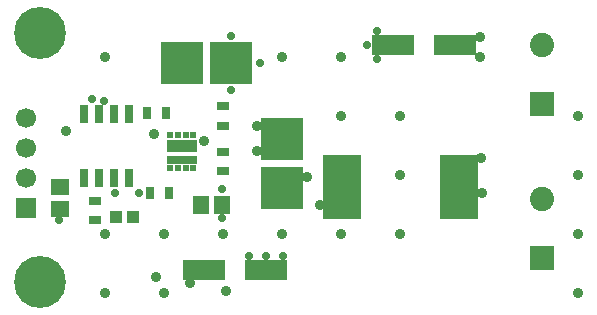
<source format=gts>
G04*
G04 #@! TF.GenerationSoftware,Altium Limited,Altium Designer,24.0.1 (36)*
G04*
G04 Layer_Color=8388736*
%FSLAX44Y44*%
%MOMM*%
G71*
G04*
G04 #@! TF.SameCoordinates,F360539D-4591-415A-ACA9-25143AD626CC*
G04*
G04*
G04 #@! TF.FilePolarity,Negative*
G04*
G01*
G75*
%ADD27R,1.0000X0.8000*%
%ADD28R,1.1000X1.1000*%
%ADD29R,0.8000X1.0000*%
%ADD30R,3.6500X3.6000*%
%ADD31R,3.6000X3.6500*%
%ADD32R,1.4000X1.5500*%
%ADD33R,0.5500X0.5500*%
%ADD34R,2.5500X1.1360*%
%ADD35R,2.5500X0.6620*%
%ADD36R,1.5500X1.4000*%
%ADD37R,0.8000X1.6250*%
%ADD38R,3.6000X1.7000*%
%ADD39R,3.2000X5.5000*%
%ADD40C,1.7000*%
%ADD41R,1.7000X1.7000*%
%ADD42C,2.0500*%
%ADD43R,2.0500X2.0500*%
%ADD44C,0.7000*%
%ADD45C,0.9000*%
%ADD46C,4.4000*%
D27*
X841263Y878270D02*
D03*
Y861730D02*
D03*
X950000Y920000D02*
D03*
Y903460D02*
D03*
Y958270D02*
D03*
Y941730D02*
D03*
D28*
X858992Y865000D02*
D03*
X873532D02*
D03*
D29*
X885255Y953000D02*
D03*
X901795D02*
D03*
X887730Y885000D02*
D03*
X904270D02*
D03*
D30*
X956500Y995000D02*
D03*
X915000D02*
D03*
D31*
X1000000Y889250D02*
D03*
Y930750D02*
D03*
D32*
X949270Y875000D02*
D03*
X930730D02*
D03*
D33*
X905250Y906140D02*
D03*
X911750D02*
D03*
X918250D02*
D03*
X924750D02*
D03*
Y933860D02*
D03*
X918250D02*
D03*
X911750D02*
D03*
X905250D02*
D03*
D34*
X915000Y924340D02*
D03*
D35*
Y913290D02*
D03*
D36*
X811420Y871730D02*
D03*
Y890270D02*
D03*
D37*
X832213Y952120D02*
D03*
X844912D02*
D03*
X857613D02*
D03*
X870312D02*
D03*
Y897880D02*
D03*
X857613D02*
D03*
X844912D02*
D03*
X832213D02*
D03*
D38*
X1093500Y1010000D02*
D03*
X1146500D02*
D03*
X986500Y820000D02*
D03*
X933500D02*
D03*
D39*
X1050500Y890000D02*
D03*
X1149500D02*
D03*
D40*
X783000Y948400D02*
D03*
Y923000D02*
D03*
Y897600D02*
D03*
D41*
Y872200D02*
D03*
D42*
X1220000Y880000D02*
D03*
Y1010000D02*
D03*
D43*
Y830000D02*
D03*
Y960000D02*
D03*
D44*
X838452Y964810D02*
D03*
X948970Y887983D02*
D03*
X956154Y1018236D02*
D03*
X980924Y994696D02*
D03*
X956506Y971938D02*
D03*
X811000Y862000D02*
D03*
X949000Y864000D02*
D03*
X972000Y832000D02*
D03*
X986000D02*
D03*
X1000977Y831682D02*
D03*
X1072000Y1010000D02*
D03*
X1080000Y1022000D02*
D03*
Y998000D02*
D03*
X849000Y963000D02*
D03*
X858500Y885000D02*
D03*
X878500D02*
D03*
D45*
X1167766Y1017080D02*
D03*
X891244Y935238D02*
D03*
X816711Y937783D02*
D03*
X1250000Y800000D02*
D03*
Y850000D02*
D03*
Y900000D02*
D03*
Y950000D02*
D03*
X900000Y850000D02*
D03*
X850000D02*
D03*
Y800000D02*
D03*
X900000D02*
D03*
X950000Y850000D02*
D03*
X1000000D02*
D03*
X1050000D02*
D03*
X1100000D02*
D03*
Y900000D02*
D03*
Y950000D02*
D03*
X1050000D02*
D03*
Y1000000D02*
D03*
X1000000D02*
D03*
X850000D02*
D03*
X892804Y814156D02*
D03*
X922069Y808382D02*
D03*
X952120Y801690D02*
D03*
X1167193Y1000463D02*
D03*
X1168307Y914510D02*
D03*
X1168661Y884627D02*
D03*
X1031496Y874836D02*
D03*
X1021158Y898199D02*
D03*
X978913Y941244D02*
D03*
X978817Y920314D02*
D03*
X933724Y928724D02*
D03*
D46*
X795000Y810000D02*
D03*
Y1020000D02*
D03*
M02*

</source>
